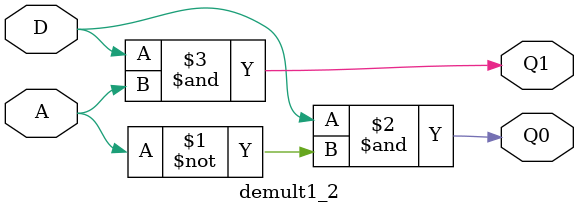
<source format=v>
module demult1_2(A,D,Q0,Q1);

input wire	A, D;
output wire	Q0, Q1;

assign	Q0 = D & ~A;
assign	Q1 = D & A;

endmodule

</source>
